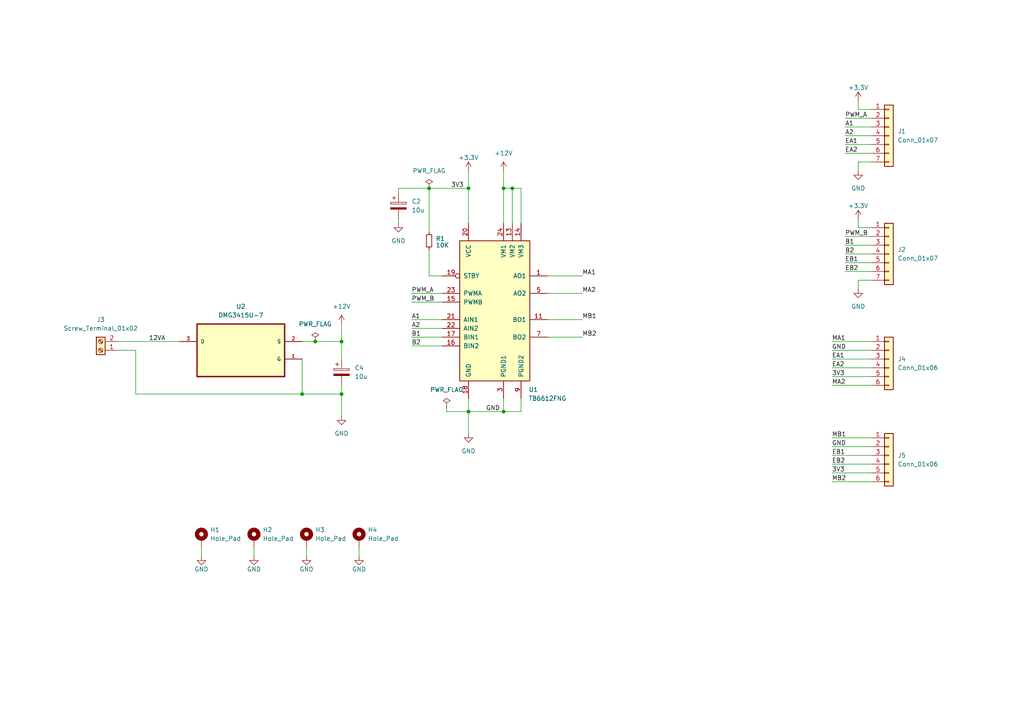
<source format=kicad_sch>
(kicad_sch (version 20230121) (generator eeschema)
  (paper "A4")
  (lib_symbols
    (symbol "Connector:Screw_Terminal_01x02" (pin_names (offset 1.016) hide)
      (property "Reference" "J" (at 0 2.54 0))
      (property "Value" "Screw_Terminal_01x02" (at 0 -5.08 0))
      (symbol "Screw_Terminal_01x02_1_1"
        (rectangle (start -1.27 1.27) (end 1.27 -3.81) (stroke (width 0.254)) (fill (type background)))
        (circle (center 0 -2.54) (radius 0.635) (stroke (width 0.1524)))
        (polyline (pts (xy -0.5334 -2.2098) (xy 0.3302 -3.048)) (stroke (width 0.1524)))
        (polyline (pts (xy -0.5334 0.3302) (xy 0.3302 -0.508)) (stroke (width 0.1524)))
        (polyline (pts (xy -0.3556 -2.032) (xy 0.508 -2.8702)) (stroke (width 0.1524)))
        (polyline (pts (xy -0.3556 0.508) (xy 0.508 -0.3302)) (stroke (width 0.1524)))
        (circle (center 0 0) (radius 0.635) (stroke (width 0.1524)))
        (pin passive line (at -5.08 0 0) (length 3.81) (name "Pin_1") (number "1"))
        (pin passive line (at -5.08 -2.54 0) (length 3.81) (name "Pin_2") (number "2"))
      )
    )
    (symbol "Connector_Generic:Conn_01x06" (pin_names (offset 1.016) hide)
      (property "Reference" "J" (at 0 7.62 0))
      (property "Value" "Conn_01x06" (at 0 -10.16 0))
      (symbol "Conn_01x06_1_1"
        (rectangle (start -1.27 -7.493) (end 0 -7.747) (stroke (width 0.1524)))
        (rectangle (start -1.27 -4.953) (end 0 -5.207) (stroke (width 0.1524)))
        (rectangle (start -1.27 -2.413) (end 0 -2.667) (stroke (width 0.1524)))
        (rectangle (start -1.27 0.127) (end 0 -0.127) (stroke (width 0.1524)))
        (rectangle (start -1.27 2.667) (end 0 2.413) (stroke (width 0.1524)))
        (rectangle (start -1.27 5.207) (end 0 4.953) (stroke (width 0.1524)))
        (rectangle (start -1.27 6.35) (end 1.27 -8.89) (stroke (width 0.254)) (fill (type background)))
        (pin passive line (at -5.08 5.08 0) (length 3.81) (name "Pin_1") (number "1"))
        (pin passive line (at -5.08 2.54 0) (length 3.81) (name "Pin_2") (number "2"))
        (pin passive line (at -5.08 0 0) (length 3.81) (name "Pin_3") (number "3"))
        (pin passive line (at -5.08 -2.54 0) (length 3.81) (name "Pin_4") (number "4"))
        (pin passive line (at -5.08 -5.08 0) (length 3.81) (name "Pin_5") (number "5"))
        (pin passive line (at -5.08 -7.62 0) (length 3.81) (name "Pin_6") (number "6"))
      )
    )
    (symbol "Connector_Generic:Conn_01x07" (pin_names (offset 1.016) hide)
      (property "Reference" "J" (at 0 10.16 0))
      (property "Value" "Conn_01x07" (at 0 -10.16 0))
      (symbol "Conn_01x07_1_1"
        (rectangle (start -1.27 -7.493) (end 0 -7.747) (stroke (width 0.1524)))
        (rectangle (start -1.27 -4.953) (end 0 -5.207) (stroke (width 0.1524)))
        (rectangle (start -1.27 -2.413) (end 0 -2.667) (stroke (width 0.1524)))
        (rectangle (start -1.27 0.127) (end 0 -0.127) (stroke (width 0.1524)))
        (rectangle (start -1.27 2.667) (end 0 2.413) (stroke (width 0.1524)))
        (rectangle (start -1.27 5.207) (end 0 4.953) (stroke (width 0.1524)))
        (rectangle (start -1.27 7.747) (end 0 7.493) (stroke (width 0.1524)))
        (rectangle (start -1.27 8.89) (end 1.27 -8.89) (stroke (width 0.254)) (fill (type background)))
        (pin passive line (at -5.08 7.62 0) (length 3.81) (name "Pin_1") (number "1"))
        (pin passive line (at -5.08 5.08 0) (length 3.81) (name "Pin_2") (number "2"))
        (pin passive line (at -5.08 2.54 0) (length 3.81) (name "Pin_3") (number "3"))
        (pin passive line (at -5.08 0 0) (length 3.81) (name "Pin_4") (number "4"))
        (pin passive line (at -5.08 -2.54 0) (length 3.81) (name "Pin_5") (number "5"))
        (pin passive line (at -5.08 -5.08 0) (length 3.81) (name "Pin_6") (number "6"))
        (pin passive line (at -5.08 -7.62 0) (length 3.81) (name "Pin_7") (number "7"))
      )
    )
    (symbol "Device:C_Polarized" (pin_numbers hide) (pin_names (offset 0.254))
      (property "Reference" "C" (at 0.635 2.54 0))
      (property "Value" "C_Polarized" (at 0.635 -2.54 0))
      (symbol "C_Polarized_0_1"
        (rectangle (start -2.286 0.508) (end 2.286 1.016))
        (polyline (pts (xy -1.778 2.286) (xy -0.762 2.286)))
        (polyline (pts (xy -1.27 2.794) (xy -1.27 1.778)))
        (rectangle (start 2.286 -0.508) (end -2.286 -1.016) (fill (type outline)))
      )
      (symbol "C_Polarized_1_1"
        (pin passive line (at 0 3.81 270) (length 2.794) (name "~") (number "1"))
        (pin passive line (at 0 -3.81 90) (length 2.794) (name "~") (number "2"))
      )
    )
    (symbol "Device:R_Small" (pin_numbers hide) (pin_names (offset 0.254) hide)
      (property "Reference" "R" (at 0.762 0.508 0))
      (property "Value" "R_Small" (at 0.762 -1.016 0))
      (symbol "R_Small_0_1"
        (rectangle (start -0.762 1.778) (end 0.762 -1.778) (stroke (width 0.2032)))
      )
      (symbol "R_Small_1_1"
        (pin passive line (at 0 2.54 270) (length 0.762) (name "~") (number "1"))
        (pin passive line (at 0 -2.54 90) (length 0.762) (name "~") (number "2"))
      )
    )
    (symbol "Driver_Motor:TB6612FNG" (pin_names (offset 1.016))
      (property "Reference" "U" (at 11.43 17.78 0))
      (property "Value" "TB6612FNG" (at 11.43 15.24 0))
      (symbol "TB6612FNG_0_1"
        (rectangle (start -10.16 20.32) (end 10.16 -20.32) (stroke (width 0.254)) (fill (type background)))
      )
      (symbol "TB6612FNG_1_1"
        (pin output line (at 15.24 10.16 180) (length 5.08) (name "AO1") (number "1"))
        (pin passive line (at 7.62 -25.4 90) (length 5.08) hide (name "PGND2") (number "10"))
        (pin output line (at 15.24 -2.54 180) (length 5.08) (name "BO1") (number "11"))
        (pin passive line (at 15.24 -2.54 180) (length 5.08) hide (name "BO1") (number "12"))
        (pin power_in line (at 5.08 25.4 270) (length 5.08) (name "VM2") (number "13"))
        (pin power_in line (at 7.62 25.4 270) (length 5.08) (name "VM3") (number "14"))
        (pin input line (at -15.24 2.54 0) (length 5.08) (name "PWMB") (number "15"))
        (pin input line (at -15.24 -10.16 0) (length 5.08) (name "BIN2") (number "16"))
        (pin input line (at -15.24 -7.62 0) (length 5.08) (name "BIN1") (number "17"))
        (pin power_in line (at -7.62 -25.4 90) (length 5.08) (name "GND") (number "18"))
        (pin input inverted (at -15.24 10.16 0) (length 5.08) (name "STBY") (number "19"))
        (pin passive line (at 15.24 10.16 180) (length 5.08) hide (name "AO1") (number "2"))
        (pin power_in line (at -7.62 25.4 270) (length 5.08) (name "VCC") (number "20"))
        (pin input line (at -15.24 -2.54 0) (length 5.08) (name "AIN1") (number "21"))
        (pin input line (at -15.24 -5.08 0) (length 5.08) (name "AIN2") (number "22"))
        (pin input line (at -15.24 5.08 0) (length 5.08) (name "PWMA") (number "23"))
        (pin power_in line (at 2.54 25.4 270) (length 5.08) (name "VM1") (number "24"))
        (pin power_in line (at 2.54 -25.4 90) (length 5.08) (name "PGND1") (number "3"))
        (pin passive line (at 2.54 -25.4 90) (length 5.08) hide (name "PGND1") (number "4"))
        (pin output line (at 15.24 5.08 180) (length 5.08) (name "AO2") (number "5"))
        (pin passive line (at 15.24 5.08 180) (length 5.08) hide (name "AO2") (number "6"))
        (pin output line (at 15.24 -7.62 180) (length 5.08) (name "BO2") (number "7"))
        (pin passive line (at 15.24 -7.62 180) (length 5.08) hide (name "BO2") (number "8"))
        (pin power_in line (at 7.62 -25.4 90) (length 5.08) (name "PGND2") (number "9"))
      )
    )
    (symbol "Mechanical:MountingHole_Pad" (pin_numbers hide) (pin_names (offset 1.016) hide)
      (property "Reference" "H" (at 0 6.35 0))
      (property "Value" "MountingHole_Pad" (at 0 4.445 0))
      (symbol "MountingHole_Pad_0_1"
        (circle (center 0 1.27) (radius 1.27) (stroke (width 1.27)))
      )
      (symbol "MountingHole_Pad_1_1"
        (pin input line (at 0 -2.54 90) (length 2.54) (name "1") (number "1"))
      )
    )
    (symbol "extern:DMG3415U-7" (pin_names (offset 1.016))
      (property "Reference" "U" (at -5.3656 9.1292 0))
      (property "Value" "DMG3415U-7" (at -4.0414 -15.3268 0))
      (symbol "DMG3415U-7_0_0"
        (rectangle (start -12.7 -10.16) (end 12.7 5.08) (stroke (width 0.4064)) (fill (type background)))
        (pin power_in line (at -17.78 -5.08 0) (length 5.08) (name "G") (number "1"))
        (pin passive line (at -17.78 0 0) (length 5.08) (name "S") (number "2"))
        (pin output line (at 17.78 0 180) (length 5.08) (name "D") (number "3"))
      )
    )
    (symbol "power:+12V" (power) (pin_names (offset 0))
      (property "Value" "+12V" (at 0 3.556 0))
      (symbol "+12V_0_1"
        (polyline (pts (xy -0.762 1.27) (xy 0 2.54)))
        (polyline (pts (xy 0 0) (xy 0 2.54)))
        (polyline (pts (xy 0 2.54) (xy 0.762 1.27)))
      )
      (symbol "+12V_1_1"
        (pin power_in line (at 0 0 90) (length 0) hide (name "+12V") (number "1"))
      )
    )
    (symbol "power:+3.3V" (power) (pin_names (offset 0))
      (property "Value" "+3.3V" (at 0 3.556 0))
      (symbol "+3.3V_0_1"
        (polyline (pts (xy -0.762 1.27) (xy 0 2.54)))
        (polyline (pts (xy 0 0) (xy 0 2.54)))
        (polyline (pts (xy 0 2.54) (xy 0.762 1.27)))
      )
      (symbol "+3.3V_1_1"
        (pin power_in line (at 0 0 90) (length 0) hide (name "+3.3V") (number "1"))
      )
    )
    (symbol "power:GND" (power) (pin_names (offset 0))
      (property "Value" "GND" (at 0 -3.81 0))
      (symbol "GND_0_1"
        (polyline (pts (xy 0 0) (xy 0 -1.27) (xy 1.27 -1.27) (xy 0 -2.54) (xy -1.27 -1.27) (xy 0 -1.27)))
      )
      (symbol "GND_1_1"
        (pin power_in line (at 0 0 270) (length 0) hide (name "GND") (number "1"))
      )
    )
    (symbol "power:PWR_FLAG" (power) (pin_numbers hide) (pin_names (offset 0) hide)
      (property "Value" "PWR_FLAG" (at 0 3.81 0))
      (symbol "PWR_FLAG_0_0"
        (pin power_out line (at 0 0 90) (length 0) (name "pwr") (number "1"))
      )
      (symbol "PWR_FLAG_0_1"
        (polyline (pts (xy 0 0) (xy 0 1.27) (xy -1.016 1.905) (xy 0 2.54) (xy 1.016 1.905) (xy 0 1.27)))
      )
    )
  )
  (junction (at 146.05 119.38))
  (junction (at 99.06 99.06))
  (junction (at 135.89 119.38))
  (junction (at 99.06 114.3))
  (junction (at 91.44 99.06))
  (junction (at 135.89 54.61))
  (junction (at 148.59 54.61))
  (junction (at 146.05 54.61))
  (junction (at 124.46 54.61))
  (junction (at 87.63 114.3))
  (wire (pts (xy 119.38 95.25) (xy 128.27 95.25)))
  (wire (pts (xy 135.89 119.38) (xy 135.89 125.73)))
  (wire (pts (xy 146.05 54.61) (xy 146.05 64.77)))
  (wire (pts (xy 248.92 49.53) (xy 248.92 46.99)))
  (wire (pts (xy 99.06 93.98) (xy 99.06 99.06)))
  (wire (pts (xy 241.3 106.68) (xy 252.73 106.68)))
  (wire (pts (xy 87.63 114.3) (xy 99.06 114.3)))
  (wire (pts (xy 248.92 81.28) (xy 252.73 81.28)))
  (wire (pts (xy 248.92 63.5) (xy 248.92 66.04)))
  (wire (pts (xy 245.11 68.58) (xy 252.73 68.58)))
  (wire (pts (xy 119.38 100.33) (xy 128.27 100.33)))
  (wire (pts (xy 115.57 54.61) (xy 124.46 54.61)))
  (wire (pts (xy 245.11 71.12) (xy 252.73 71.12)))
  (wire (pts (xy 58.42 158.75) (xy 58.42 161.29)))
  (wire (pts (xy 148.59 54.61) (xy 151.13 54.61)))
  (wire (pts (xy 241.3 134.62) (xy 252.73 134.62)))
  (wire (pts (xy 248.92 31.75) (xy 252.73 31.75)))
  (wire (pts (xy 241.3 104.14) (xy 252.73 104.14)))
  (wire (pts (xy 245.11 41.91) (xy 252.73 41.91)))
  (wire (pts (xy 241.3 101.6) (xy 252.73 101.6)))
  (wire (pts (xy 129.54 119.38) (xy 135.89 119.38)))
  (wire (pts (xy 248.92 83.82) (xy 248.92 81.28)))
  (wire (pts (xy 124.46 54.61) (xy 124.46 67.31)))
  (wire (pts (xy 151.13 115.57) (xy 151.13 119.38)))
  (wire (pts (xy 119.38 85.09) (xy 128.27 85.09)))
  (wire (pts (xy 88.9 158.75) (xy 88.9 161.29)))
  (wire (pts (xy 99.06 111.76) (xy 99.06 114.3)))
  (wire (pts (xy 135.89 54.61) (xy 135.89 64.77)))
  (wire (pts (xy 99.06 99.06) (xy 99.06 104.14)))
  (wire (pts (xy 129.54 118.11) (xy 129.54 119.38)))
  (wire (pts (xy 91.44 99.06) (xy 99.06 99.06)))
  (wire (pts (xy 99.06 114.3) (xy 99.06 120.65)))
  (wire (pts (xy 241.3 111.76) (xy 252.73 111.76)))
  (wire (pts (xy 135.89 119.38) (xy 146.05 119.38)))
  (wire (pts (xy 245.11 44.45) (xy 252.73 44.45)))
  (wire (pts (xy 248.92 29.21) (xy 248.92 31.75)))
  (wire (pts (xy 241.3 132.08) (xy 252.73 132.08)))
  (wire (pts (xy 241.3 127) (xy 252.73 127)))
  (wire (pts (xy 241.3 129.54) (xy 252.73 129.54)))
  (wire (pts (xy 241.3 109.22) (xy 252.73 109.22)))
  (wire (pts (xy 39.37 101.6) (xy 39.37 114.3)))
  (wire (pts (xy 146.05 119.38) (xy 151.13 119.38)))
  (wire (pts (xy 119.38 97.79) (xy 128.27 97.79)))
  (wire (pts (xy 34.29 101.6) (xy 39.37 101.6)))
  (wire (pts (xy 148.59 54.61) (xy 148.59 64.77)))
  (wire (pts (xy 158.75 85.09) (xy 168.91 85.09)))
  (wire (pts (xy 39.37 114.3) (xy 87.63 114.3)))
  (wire (pts (xy 245.11 73.66) (xy 252.73 73.66)))
  (wire (pts (xy 87.63 99.06) (xy 91.44 99.06)))
  (wire (pts (xy 146.05 115.57) (xy 146.05 119.38)))
  (wire (pts (xy 104.14 158.75) (xy 104.14 161.29)))
  (wire (pts (xy 245.11 76.2) (xy 252.73 76.2)))
  (wire (pts (xy 248.92 66.04) (xy 252.73 66.04)))
  (wire (pts (xy 151.13 64.77) (xy 151.13 54.61)))
  (wire (pts (xy 34.29 99.06) (xy 52.07 99.06)))
  (wire (pts (xy 119.38 92.71) (xy 128.27 92.71)))
  (wire (pts (xy 119.38 87.63) (xy 128.27 87.63)))
  (wire (pts (xy 115.57 55.88) (xy 115.57 54.61)))
  (wire (pts (xy 245.11 78.74) (xy 252.73 78.74)))
  (wire (pts (xy 245.11 39.37) (xy 252.73 39.37)))
  (wire (pts (xy 135.89 115.57) (xy 135.89 119.38)))
  (wire (pts (xy 241.3 139.7) (xy 252.73 139.7)))
  (wire (pts (xy 87.63 104.14) (xy 87.63 114.3)))
  (wire (pts (xy 73.66 158.75) (xy 73.66 161.29)))
  (wire (pts (xy 146.05 49.53) (xy 146.05 54.61)))
  (wire (pts (xy 146.05 54.61) (xy 148.59 54.61)))
  (wire (pts (xy 158.75 80.01) (xy 168.91 80.01)))
  (wire (pts (xy 115.57 63.5) (xy 115.57 64.77)))
  (wire (pts (xy 124.46 72.39) (xy 124.46 80.01)))
  (wire (pts (xy 245.11 36.83) (xy 252.73 36.83)))
  (wire (pts (xy 158.75 92.71) (xy 168.91 92.71)))
  (wire (pts (xy 241.3 99.06) (xy 252.73 99.06)))
  (wire (pts (xy 135.89 49.53) (xy 135.89 54.61)))
  (wire (pts (xy 245.11 34.29) (xy 252.73 34.29)))
  (wire (pts (xy 158.75 97.79) (xy 168.91 97.79)))
  (wire (pts (xy 248.92 46.99) (xy 252.73 46.99)))
  (wire (pts (xy 124.46 80.01) (xy 128.27 80.01)))
  (wire (pts (xy 241.3 137.16) (xy 252.73 137.16)))
  (wire (pts (xy 124.46 54.61) (xy 135.89 54.61)))
  (label "A1" (at 119.38 92.71 0))
  (label "B2" (at 119.38 100.33 0))
  (label "MA2" (at 241.3 111.76 0))
  (label "EA2" (at 241.3 106.68 0))
  (label "GND" (at 140.97 119.38 0))
  (label "B1" (at 245.11 71.12 0))
  (label "EA2" (at 245.11 44.45 0))
  (label "EA1" (at 241.3 104.14 0))
  (label "GND" (at 241.3 101.6 0))
  (label "MA1" (at 168.91 80.01 0))
  (label "A2" (at 119.38 95.25 0))
  (label "A2" (at 245.11 39.37 0))
  (label "EB2" (at 245.11 78.74 0))
  (label "PWM_B" (at 119.38 87.63 0))
  (label "GND" (at 241.3 129.54 0))
  (label "EB1" (at 241.3 132.08 0))
  (label "12VA" (at 43.18 99.06 0))
  (label "MB2" (at 168.91 97.79 0))
  (label "3V3" (at 130.81 54.61 0))
  (label "MB1" (at 241.3 127 0))
  (label "B1" (at 119.38 97.79 0))
  (label "3V3" (at 241.3 137.16 0))
  (label "B2" (at 245.11 73.66 0))
  (label "PWM_A" (at 245.11 34.29 0))
  (label "3V3" (at 241.3 109.22 0))
  (label "PWM_B" (at 245.11 68.58 0))
  (label "MB1" (at 168.91 92.71 0))
  (label "EA1" (at 245.11 41.91 0))
  (label "MA2" (at 168.91 85.09 0))
  (label "EB2" (at 241.3 134.62 0))
  (label "A1" (at 245.11 36.83 0))
  (label "EB1" (at 245.11 76.2 0))
  (label "MA1" (at 241.3 99.06 0))
  (label "PWM_A" (at 119.38 85.09 0))
  (label "MB2" (at 241.3 139.7 0))
  (symbol (lib_id "Device:C_Polarized") (at 115.57 59.69 0) (unit 1)
    (property "Reference" "C2" (at 119.38 58.42 0) (effects (justify left)))
    (property "Value" "10u" (at 119.38 60.96 0) (effects (justify left)))
    (property "Footprint" "Capacitor_THT:CP_Radial_D5.0mm_P2.50mm" (effects hide))
  )
  (symbol (lib_id "Mechanical:MountingHole_Pad") (at 104.14 156.21 0) (unit 1)
    (property "Reference" "H4" (at 106.68 153.67 0) (effects (justify left)))
    (property "Value" "Hole_Pad" (at 106.68 156.21 0) (effects (justify left)))
    (property "Footprint" "MountingHole:MountingHole_3.2mm_M3_Pad_Via" (effects hide))
  )
  (symbol (lib_id "power:GND") (at 58.42 161.29 0) (unit 1)
    (property "Reference" "#PWR011" (effects hide))
    (property "Value" "GND" (at 58.42 165.1 0))
  )
  (symbol (lib_id "extern:DMG3415U-7") (at 69.85 99.06 0) (mirror y) (unit 1)
    (property "Reference" "U2" (at 69.85 88.9 0))
    (property "Value" "DMG3415U-7" (at 69.85 91.44 0))
    (property "Footprint" "extern:SOT95P240X105-3N" (effects hide))
    (property "MF" "Diodes Inc." (effects hide))
    (property "Description" "\nMOSFET P-Channel 20V 4A SOT23 | Diodes Inc DMG3415U-7\n" (effects hide))
    (property "PACKAGE" "SOT-23-3" (effects hide))
    (property "MPN" "DMG3415U-7" (effects hide))
    (property "Price" "None" (effects hide))
    (property "Package" "SOT-23 Diodes Inc." (effects hide))
    (property "OC_FARNELL" "1843688" (effects hide))
    (property "SnapEDA_Link" "https://www.snapeda.com/parts/DMG3415U-7/Diodes+Inc./view-part/?ref=snap" (effects hide))
    (property "MP" "DMG3415U-7" (effects hide))
    (property "SUPPLIER" "Diodes Inc" (effects hide))
    (property "OC_NEWARK" "12T2026" (effects hide))
    (property "Availability" "In Stock" (effects hide))
    (property "Check_prices" "https://www.snapeda.com/parts/DMG3415U-7/Diodes+Inc./view-part/?ref=eda" (effects hide))
  )
  (symbol (lib_id "Mechanical:MountingHole_Pad") (at 58.42 156.21 0) (unit 1)
    (property "Reference" "H1" (at 60.96 153.67 0) (effects (justify left)))
    (property "Value" "Hole_Pad" (at 60.96 156.21 0) (effects (justify left)))
    (property "Footprint" "MountingHole:MountingHole_3.2mm_M3_Pad_Via" (effects hide))
  )
  (symbol (lib_id "power:GND") (at 248.92 83.82 0) (unit 1)
    (property "Reference" "#PWR018" (effects hide))
    (property "Value" "GND" (at 248.92 88.9 0))
  )
  (symbol (lib_id "Connector_Generic:Conn_01x06") (at 257.81 104.14 0) (unit 1)
    (property "Reference" "J4" (at 260.35 104.14 0) (effects (justify left)))
    (property "Value" "Conn_01x06" (at 260.35 106.68 0) (effects (justify left)))
    (property "Footprint" "Connector_JST:JST_XH_B6B-XH-A_1x06_P2.50mm_Vertical" (effects hide))
  )
  (symbol (lib_id "Mechanical:MountingHole_Pad") (at 88.9 156.21 0) (unit 1)
    (property "Reference" "H3" (at 91.44 153.67 0) (effects (justify left)))
    (property "Value" "Hole_Pad" (at 91.44 156.21 0) (effects (justify left)))
    (property "Footprint" "MountingHole:MountingHole_3.2mm_M3_Pad_Via" (effects hide))
  )
  (symbol (lib_id "power:PWR_FLAG") (at 129.54 118.11 0) (unit 1)
    (property "Reference" "#FLG03" (effects hide))
    (property "Value" "PWR_FLAG" (at 129.54 113.03 0))
  )
  (symbol (lib_id "power:GND") (at 88.9 161.29 0) (unit 1)
    (property "Reference" "#PWR013" (effects hide))
    (property "Value" "GND" (at 88.9 165.1 0))
  )
  (symbol (lib_id "power:+3.3V") (at 135.89 49.53 0) (unit 1)
    (property "Reference" "#PWR03" (effects hide))
    (property "Value" "+3.3V" (at 135.89 45.72 0))
  )
  (symbol (lib_id "power:+3.3V") (at 248.92 63.5 0) (unit 1)
    (property "Reference" "#PWR017" (effects hide))
    (property "Value" "+3.3V" (at 248.92 59.69 0))
  )
  (symbol (lib_id "power:GND") (at 248.92 49.53 0) (unit 1)
    (property "Reference" "#PWR016" (effects hide))
    (property "Value" "GND" (at 248.92 54.61 0))
  )
  (symbol (lib_id "power:PWR_FLAG") (at 124.46 54.61 0) (unit 1)
    (property "Reference" "#FLG02" (effects hide))
    (property "Value" "PWR_FLAG" (at 124.46 49.53 0))
  )
  (symbol (lib_id "Connector_Generic:Conn_01x07") (at 257.81 73.66 0) (unit 1)
    (property "Reference" "J2" (at 260.35 72.39 0) (effects (justify left)))
    (property "Value" "Conn_01x07" (at 260.35 74.93 0) (effects (justify left)))
    (property "Footprint" "Connector_JST:JST_XH_B7B-XH-A_1x07_P2.50mm_Vertical" (effects hide))
  )
  (symbol (lib_id "Device:C_Polarized") (at 99.06 107.95 0) (unit 1)
    (property "Reference" "C4" (at 102.87 106.68 0) (effects (justify left)))
    (property "Value" "10u" (at 102.87 109.22 0) (effects (justify left)))
    (property "Footprint" "Capacitor_THT:CP_Radial_D5.0mm_P2.50mm" (effects hide))
  )
  (symbol (lib_id "power:GND") (at 115.57 64.77 0) (unit 1)
    (property "Reference" "#PWR05" (effects hide))
    (property "Value" "GND" (at 115.57 69.85 0))
  )
  (symbol (lib_id "Connector_Generic:Conn_01x06") (at 257.81 132.08 0) (unit 1)
    (property "Reference" "J5" (at 260.35 132.08 0) (effects (justify left)))
    (property "Value" "Conn_01x06" (at 260.35 134.62 0) (effects (justify left)))
    (property "Footprint" "Connector_JST:JST_XH_B6B-XH-A_1x06_P2.50mm_Vertical" (effects hide))
  )
  (symbol (lib_id "Mechanical:MountingHole_Pad") (at 73.66 156.21 0) (unit 1)
    (property "Reference" "H2" (at 76.2 153.67 0) (effects (justify left)))
    (property "Value" "Hole_Pad" (at 76.2 156.21 0) (effects (justify left)))
    (property "Footprint" "MountingHole:MountingHole_3.2mm_M3_Pad_Via" (effects hide))
  )
  (symbol (lib_id "Connector:Screw_Terminal_01x02") (at 29.21 101.6 180) (unit 1)
    (property "Reference" "J3" (at 29.21 92.71 0))
    (property "Value" "Screw_Terminal_01x02" (at 29.21 95.25 0))
    (property "Footprint" "TerminalBlock_Phoenix:TerminalBlock_Phoenix_MKDS-1,5-2-5.08_1x02_P5.08mm_Horizontal" (effects hide))
  )
  (symbol (lib_id "power:GND") (at 99.06 120.65 0) (unit 1)
    (property "Reference" "#PWR08" (effects hide))
    (property "Value" "GND" (at 99.06 125.73 0))
  )
  (symbol (lib_id "power:GND") (at 104.14 161.29 0) (unit 1)
    (property "Reference" "#PWR014" (effects hide))
    (property "Value" "GND" (at 104.14 165.1 0))
  )
  (symbol (lib_id "power:GND") (at 73.66 161.29 0) (unit 1)
    (property "Reference" "#PWR012" (effects hide))
    (property "Value" "GND" (at 73.66 165.1 0))
  )
  (symbol (lib_id "Driver_Motor:TB6612FNG") (at 143.51 90.17 0) (unit 1)
    (property "Reference" "U1" (at 153.3241 113.03 0) (effects (justify left)))
    (property "Value" "TB6612FNG" (at 153.3241 115.57 0) (effects (justify left)))
    (property "Footprint" "Package_SO:SSOP-24_5.3x8.2mm_P0.65mm" (effects hide))
    (property "Datasheet" "https://toshiba.semicon-storage.com/us/product/linear/motordriver/detail.TB6612FNG.html" (effects hide))
  )
  (symbol (lib_id "power:+12V") (at 99.06 93.98 0) (unit 1)
    (property "Reference" "#PWR06" (effects hide))
    (property "Value" "+12V" (at 99.06 88.9 0))
  )
  (symbol (lib_id "power:GND") (at 135.89 125.73 0) (unit 1)
    (property "Reference" "#PWR04" (effects hide))
    (property "Value" "GND" (at 135.89 130.81 0))
  )
  (symbol (lib_id "power:+3.3V") (at 248.92 29.21 0) (unit 1)
    (property "Reference" "#PWR07" (effects hide))
    (property "Value" "+3.3V" (at 248.92 25.4 0))
  )
  (symbol (lib_id "power:+12V") (at 146.05 49.53 0) (unit 1)
    (property "Reference" "#PWR015" (effects hide))
    (property "Value" "+12V" (at 146.05 44.45 0))
  )
  (symbol (lib_id "Connector_Generic:Conn_01x07") (at 257.81 39.37 0) (unit 1)
    (property "Reference" "J1" (at 260.35 38.1 0) (effects (justify left)))
    (property "Value" "Conn_01x07" (at 260.35 40.64 0) (effects (justify left)))
    (property "Footprint" "Connector_JST:JST_XH_B7B-XH-A_1x07_P2.50mm_Vertical" (effects hide))
  )
  (symbol (lib_id "Device:R_Small") (at 124.46 69.85 0) (unit 1)
    (property "Reference" "R1" (at 126.365 69.215 0) (effects (justify left)))
    (property "Value" "10K" (at 126.365 71.12 0) (effects (justify left)))
    (property "Footprint" "Resistor_THT:R_Axial_DIN0207_L6.3mm_D2.5mm_P10.16mm_Horizontal" (effects hide))
  )
  (symbol (lib_id "power:PWR_FLAG") (at 91.44 99.06 0) (unit 1)
    (property "Reference" "#FLG01" (effects hide))
    (property "Value" "PWR_FLAG" (at 91.44 93.98 0))
  )
)
</source>
